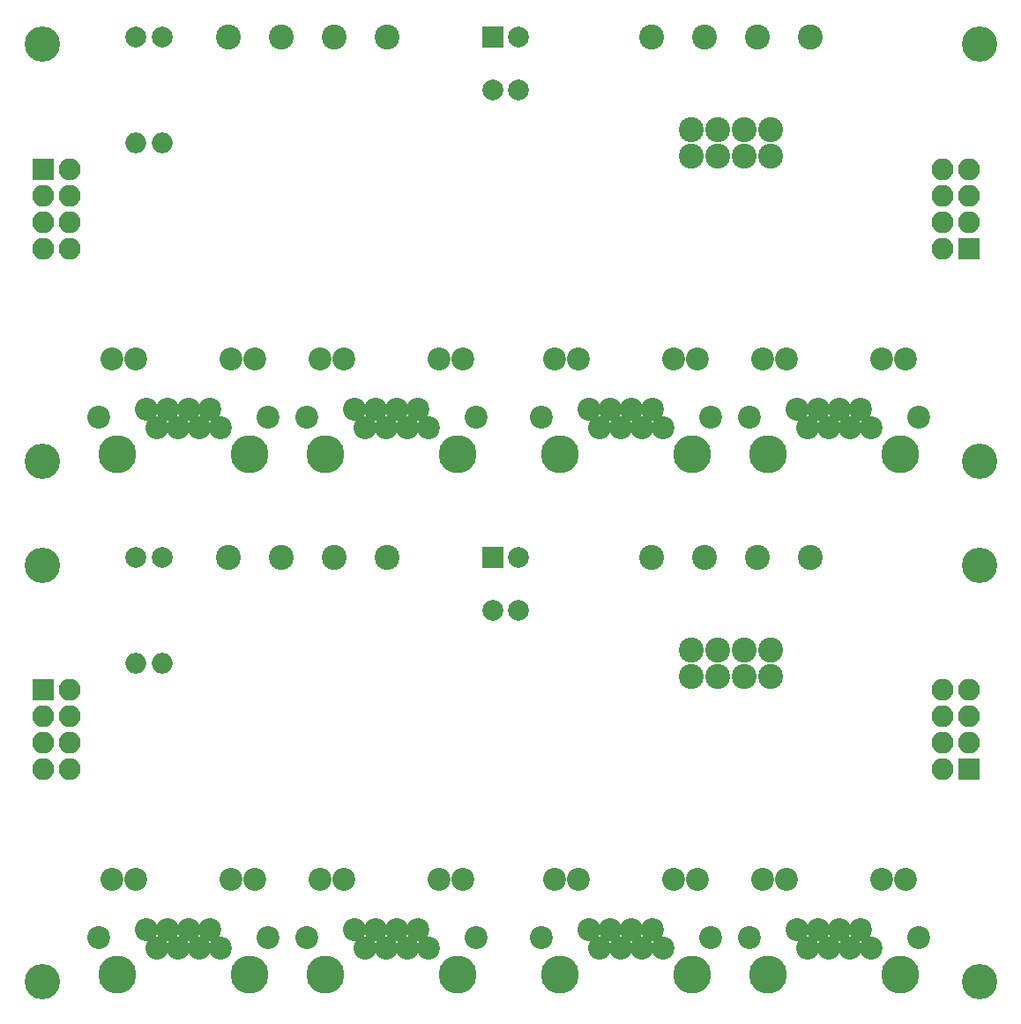
<source format=gbs>
G04 #@! TF.FileFunction,Soldermask,Bot*
%FSLAX46Y46*%
G04 Gerber Fmt 4.6, Leading zero omitted, Abs format (unit mm)*
G04 Created by KiCad (PCBNEW 4.0.6) date 01/22/18 09:57:44*
%MOMM*%
%LPD*%
G01*
G04 APERTURE LIST*
%ADD10C,0.100000*%
%ADD11C,2.200000*%
%ADD12C,3.650000*%
%ADD13O,3.400000X3.400000*%
%ADD14C,2.400000*%
%ADD15C,2.000000*%
%ADD16O,2.000000X2.000000*%
%ADD17R,2.100000X2.100000*%
%ADD18O,2.100000X2.100000*%
%ADD19R,2.000000X2.000000*%
G04 APERTURE END LIST*
D10*
D11*
X73440000Y-138830000D03*
X72420000Y-137050000D03*
X75480000Y-138830000D03*
X74460000Y-137050000D03*
X77520000Y-138830000D03*
X76500000Y-137050000D03*
X79560000Y-138830000D03*
X78540000Y-137050000D03*
X71420000Y-132240000D03*
X69130000Y-132240000D03*
X82850000Y-132240000D03*
X80560000Y-132240000D03*
D12*
X69640000Y-141370000D03*
X82340000Y-141370000D03*
D11*
X67860000Y-137810000D03*
X84120000Y-137810000D03*
X93440000Y-138830000D03*
X92420000Y-137050000D03*
X95480000Y-138830000D03*
X94460000Y-137050000D03*
X97520000Y-138830000D03*
X96500000Y-137050000D03*
X99560000Y-138830000D03*
X98540000Y-137050000D03*
X91420000Y-132240000D03*
X89130000Y-132240000D03*
X102850000Y-132240000D03*
X100560000Y-132240000D03*
D12*
X89640000Y-141370000D03*
X102340000Y-141370000D03*
D11*
X87860000Y-137810000D03*
X104120000Y-137810000D03*
X115940000Y-138830000D03*
X114920000Y-137050000D03*
X117980000Y-138830000D03*
X116960000Y-137050000D03*
X120020000Y-138830000D03*
X119000000Y-137050000D03*
X122060000Y-138830000D03*
X121040000Y-137050000D03*
X113920000Y-132240000D03*
X111630000Y-132240000D03*
X125350000Y-132240000D03*
X123060000Y-132240000D03*
D12*
X112140000Y-141370000D03*
X124840000Y-141370000D03*
D11*
X110360000Y-137810000D03*
X126620000Y-137810000D03*
X135940000Y-138830000D03*
X134920000Y-137050000D03*
X137980000Y-138830000D03*
X136960000Y-137050000D03*
X140020000Y-138830000D03*
X139000000Y-137050000D03*
X142060000Y-138830000D03*
X141040000Y-137050000D03*
X133920000Y-132240000D03*
X131630000Y-132240000D03*
X145350000Y-132240000D03*
X143060000Y-132240000D03*
D12*
X132140000Y-141370000D03*
X144840000Y-141370000D03*
D11*
X130360000Y-137810000D03*
X146620000Y-137810000D03*
D13*
X62420000Y-142050000D03*
X152420000Y-142050000D03*
X152420000Y-102050000D03*
X62420000Y-102050000D03*
D14*
X124730000Y-112760000D03*
X124730000Y-110220000D03*
X127270000Y-112760000D03*
X127270000Y-110220000D03*
X129810000Y-112760000D03*
X129810000Y-110220000D03*
X132350000Y-112760000D03*
X132350000Y-110220000D03*
D15*
X71390000Y-101330000D03*
D16*
X71390000Y-111490000D03*
D15*
X73930000Y-101330000D03*
D16*
X73930000Y-111490000D03*
D14*
X80280000Y-101330000D03*
X85360000Y-101330000D03*
X90440000Y-101330000D03*
X95520000Y-101330000D03*
X120920000Y-101330000D03*
X126000000Y-101330000D03*
X131080000Y-101330000D03*
X136160000Y-101330000D03*
D17*
X62500000Y-114030000D03*
D18*
X65040000Y-114030000D03*
X62500000Y-116570000D03*
X65040000Y-116570000D03*
X62500000Y-119110000D03*
X65040000Y-119110000D03*
X62500000Y-121650000D03*
X65040000Y-121650000D03*
D19*
X105680000Y-101330000D03*
D15*
X108180000Y-101330000D03*
X105680000Y-106410000D03*
X108180000Y-106410000D03*
D17*
X151400000Y-121650000D03*
D18*
X148860000Y-121650000D03*
X151400000Y-119110000D03*
X148860000Y-119110000D03*
X151400000Y-116570000D03*
X148860000Y-116570000D03*
X151400000Y-114030000D03*
X148860000Y-114030000D03*
D11*
X73440000Y-88830000D03*
X72420000Y-87050000D03*
X75480000Y-88830000D03*
X74460000Y-87050000D03*
X77520000Y-88830000D03*
X76500000Y-87050000D03*
X79560000Y-88830000D03*
X78540000Y-87050000D03*
X71420000Y-82240000D03*
X69130000Y-82240000D03*
X82850000Y-82240000D03*
X80560000Y-82240000D03*
D12*
X69640000Y-91370000D03*
X82340000Y-91370000D03*
D11*
X67860000Y-87810000D03*
X84120000Y-87810000D03*
X93440000Y-88830000D03*
X92420000Y-87050000D03*
X95480000Y-88830000D03*
X94460000Y-87050000D03*
X97520000Y-88830000D03*
X96500000Y-87050000D03*
X99560000Y-88830000D03*
X98540000Y-87050000D03*
X91420000Y-82240000D03*
X89130000Y-82240000D03*
X102850000Y-82240000D03*
X100560000Y-82240000D03*
D12*
X89640000Y-91370000D03*
X102340000Y-91370000D03*
D11*
X87860000Y-87810000D03*
X104120000Y-87810000D03*
X115940000Y-88830000D03*
X114920000Y-87050000D03*
X117980000Y-88830000D03*
X116960000Y-87050000D03*
X120020000Y-88830000D03*
X119000000Y-87050000D03*
X122060000Y-88830000D03*
X121040000Y-87050000D03*
X113920000Y-82240000D03*
X111630000Y-82240000D03*
X125350000Y-82240000D03*
X123060000Y-82240000D03*
D12*
X112140000Y-91370000D03*
X124840000Y-91370000D03*
D11*
X110360000Y-87810000D03*
X126620000Y-87810000D03*
X135940000Y-88830000D03*
X134920000Y-87050000D03*
X137980000Y-88830000D03*
X136960000Y-87050000D03*
X140020000Y-88830000D03*
X139000000Y-87050000D03*
X142060000Y-88830000D03*
X141040000Y-87050000D03*
X133920000Y-82240000D03*
X131630000Y-82240000D03*
X145350000Y-82240000D03*
X143060000Y-82240000D03*
D12*
X132140000Y-91370000D03*
X144840000Y-91370000D03*
D11*
X130360000Y-87810000D03*
X146620000Y-87810000D03*
D13*
X62420000Y-92050000D03*
X152420000Y-92050000D03*
X152420000Y-52050000D03*
X62420000Y-52050000D03*
D14*
X124730000Y-62760000D03*
X124730000Y-60220000D03*
X127270000Y-62760000D03*
X127270000Y-60220000D03*
X129810000Y-62760000D03*
X129810000Y-60220000D03*
X132350000Y-62760000D03*
X132350000Y-60220000D03*
D15*
X71390000Y-51330000D03*
D16*
X71390000Y-61490000D03*
D15*
X73930000Y-51330000D03*
D16*
X73930000Y-61490000D03*
D14*
X80280000Y-51330000D03*
X85360000Y-51330000D03*
X90440000Y-51330000D03*
X95520000Y-51330000D03*
X120920000Y-51330000D03*
X126000000Y-51330000D03*
X131080000Y-51330000D03*
X136160000Y-51330000D03*
D17*
X62500000Y-64030000D03*
D18*
X65040000Y-64030000D03*
X62500000Y-66570000D03*
X65040000Y-66570000D03*
X62500000Y-69110000D03*
X65040000Y-69110000D03*
X62500000Y-71650000D03*
X65040000Y-71650000D03*
D19*
X105680000Y-51330000D03*
D15*
X108180000Y-51330000D03*
X105680000Y-56410000D03*
X108180000Y-56410000D03*
D17*
X151400000Y-71650000D03*
D18*
X148860000Y-71650000D03*
X151400000Y-69110000D03*
X148860000Y-69110000D03*
X151400000Y-66570000D03*
X148860000Y-66570000D03*
X151400000Y-64030000D03*
X148860000Y-64030000D03*
M02*

</source>
